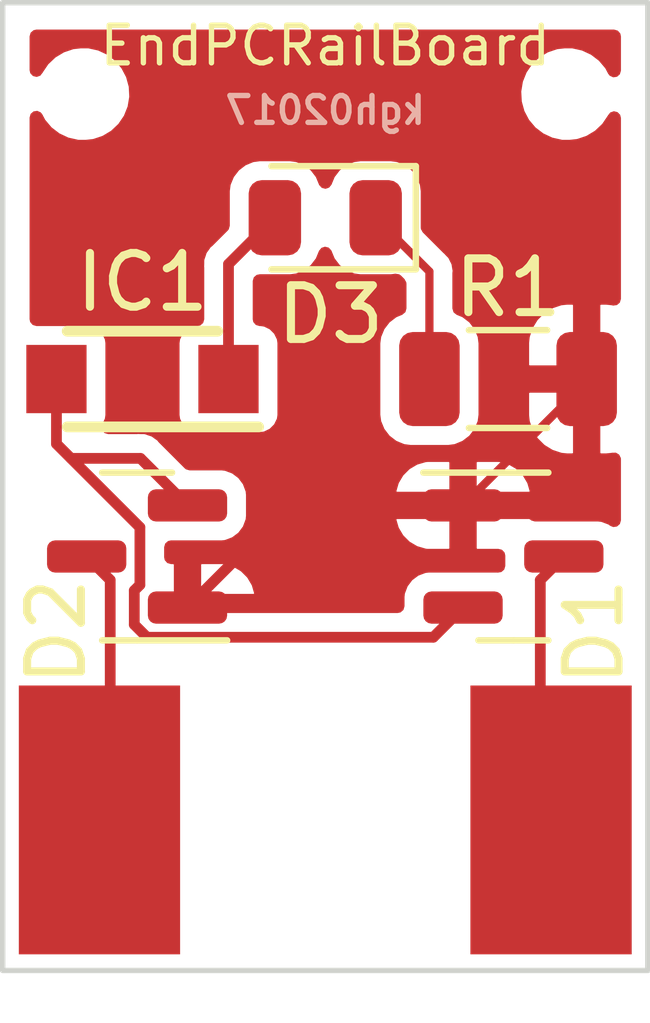
<source format=kicad_pcb>
(kicad_pcb (version 20211014) (generator pcbnew)
  (title_block (title "EndPCRailBoard"))
  (layers (0 "F.Cu" signal) (31 "B.Cu" signal) (34 "B.Paste" user) (35 "F.Paste" user) (36 "B.SilkS" user "B.Silkscreen") (37 "F.SilkS" user "F.Silkscreen") (38 "B.Mask" user) (39 "F.Mask" user) (44 "Edge.Cuts" user))
  (net 0 "")
  (net 1 "GND")
  (net 2 "Net-(D1-Pad3)")
  (net 3 "Net-(D2-Pad3)")
  (net 4 "Net-(D1-Pad2)")
  (net 5 "Net-(D3-Pad2)")
  (net 6 "Net-(D3-Pad1)")
  (footprint "0-LocalLibrary:Hole_1mm" (layer "F.Cu") (at 131.5 113.7)
    (fp_text reference "MH2" hide)
    (fp_text value "Hole_1mm" hide)
    (pad "" np_thru_hole circle locked (at 0 0) (size 1 1) (drill 1) (layers F&B.Cu *.Mask))
  )
  (footprint "0-LocalLibrary:Hole_1mm" (layer "F.Cu") (at 140.5 113.7)
    (fp_text reference "MH3" hide)
    (fp_text value "Hole_1mm" hide)
    (pad "" np_thru_hole circle locked (at 0 0) (size 1 1) (drill 1) (layers F&B.Cu *.Mask))
  )
  (footprint "0-LocalLibrary:MountingHole_3.2mm_M3" (layer "F.Cu") (at 136 127.5)
    (fp_text reference "MH1" hide)
    (fp_text value "MountingHole_3.2mm_M3" hide)
    (pad "" np_thru_hole circle locked (at 0 0) (size 3.2 3.2) (drill 3.2) (layers *.Cu *.Mask))
  )
  (footprint "0-LocalLibrary:Solder_Pad_3.0x5.0mm" (layer "F.Cu") (at 131.8 127.2)
    (fp_text reference "J2" hide)
    (fp_text value "Conn_01x01" hide)
    (pad "1" smd rect (at 0 0) (size 3 5) (layers "F.Cu" "F.Mask") (net 3 "Net-(D2-Pad3)"))
  )
  (footprint "0-LocalLibrary:Solder_Pad_3.0x5.0mm" (layer "F.Cu") (at 140.2 127.2)
    (fp_text reference "J1" hide)
    (fp_text value "Conn_01x01" hide)
    (pad "1" smd rect (at 0 0) (size 3 5) (layers "F.Cu" "F.Mask") (net 2 "Net-(D1-Pad3)"))
  )
  (footprint "0-LocalLibrary:SODFL3718X100N" (layer "F.Cu") (at 132.6 119 180)
    (fp_text reference "IC1" (at 0 1.8) (layer "F.SilkS"))
    (fp_text value "AL5890-20P1-13" hide)
    (fp_line (start -2.16 -0.89) (end 1.4 -0.89) (layer "F.SilkS") (width 0.2))
    (fp_line (start -1.4 0.89) (end 1.4 0.89) (layer "F.SilkS") (width 0.2))
    (pad "1" smd rect (at -1.6 0 180) (size 1.12 1.27) (layers "F.Cu" "F.Paste" "F.Mask") (net 5 "Net-(D3-Pad2)"))
    (pad "2" smd rect (at 1.6 0 180) (size 1.12 1.27) (layers "F.Cu" "F.Paste" "F.Mask") (net 4 "Net-(D1-Pad2)"))
  )
  (footprint "0-LocalLibrary:SOT-23" (layer "F.Cu") (at 132.5 122.3 180)
    (fp_text reference "D2" (at 1.5 -1.4 270) (layer "F.SilkS"))
    (fp_text value "BAT54S" hide)
    (fp_line (start 0 1.56) (end -0.65 1.56) (layer "F.SilkS") (width 0.12))
    (fp_line (start 0 -1.56) (end 0.65 -1.56) (layer "F.SilkS") (width 0.12))
    (fp_line (start 0 1.56) (end 0.65 1.56) (layer "F.SilkS") (width 0.12))
    (fp_line (start 0 -1.56) (end -1.675 -1.56) (layer "F.SilkS") (width 0.12))
    (pad "1" smd roundrect (at -0.9375 -0.95 180) (size 1.475 0.6) (layers "F.Cu" "F.Paste" "F.Mask") (net 1 "GND"))
    (pad "2" smd roundrect (at -0.9375 0.95 180) (size 1.475 0.6) (layers "F.Cu" "F.Paste" "F.Mask") (net 4 "Net-(D1-Pad2)"))
    (pad "3" smd roundrect (at 0.9375 0 180) (size 1.475 0.6) (layers "F.Cu" "F.Paste" "F.Mask") (net 3 "Net-(D2-Pad3)"))
  )
  (footprint "0-LocalLibrary:LED_0805_2012Metric" (layer "F.Cu") (at 136 116 180)
    (fp_text reference "D3" (at -0.1 -1.8) (layer "F.SilkS"))
    (fp_text value "LED" hide)
    (fp_line (start -1.685 -0.96) (end -1.685 0.96) (layer "F.SilkS") (width 0.12))
    (fp_line (start -1.685 0.96) (end 1 0.96) (layer "F.SilkS") (width 0.12))
    (fp_line (start 1 -0.96) (end -1.685 -0.96) (layer "F.SilkS") (width 0.12))
    (pad "1" smd roundrect (at -0.9375 0 180) (size 0.975 1.4) (layers "F.Cu" "F.Paste" "F.Mask") (net 6 "Net-(D3-Pad1)"))
    (pad "2" smd roundrect (at 0.9375 0 180) (size 0.975 1.4) (layers "F.Cu" "F.Paste" "F.Mask") (net 5 "Net-(D3-Pad2)"))
  )
  (footprint "0-LocalLibrary:R_1206_3216Metric" (layer "F.Cu") (at 139.4 119)
    (property "Reference" "R1")
    (property "Value" "680")
    (fp_text reference "R1" (at 0 -1.7) (layer "F.SilkS"))
    (fp_text value "680" hide)
    (fp_line (start -0.727064 0.91) (end 0.727064 0.91) (layer "F.SilkS") (width 0.12))
    (fp_line (start -0.727064 -0.91) (end 0.727064 -0.91) (layer "F.SilkS") (width 0.12))
    (pad "1" smd roundrect (at -1.4625 0) (size 1.125 1.75) (layers "F.Cu" "F.Paste" "F.Mask") (roundrect_rratio 0.222222) (net 6 "Net-(D3-Pad1)"))
    (pad "2" smd roundrect (at 1.4625 0) (size 1.125 1.75) (layers "F.Cu" "F.Paste" "F.Mask") (roundrect_rratio 0.222222) (net 1 "GND"))
  )
  (footprint "0-LocalLibrary:SOT-23" (layer "F.Cu") (at 139.5 122.3)
    (fp_text reference "D1" (at 1.5 1.4 90) (layer "F.SilkS"))
    (fp_text value "BAT54S" hide)
    (fp_line (start 0 -1.56) (end -1.675 -1.56) (layer "F.SilkS") (width 0.12))
    (fp_line (start 0 -1.56) (end 0.65 -1.56) (layer "F.SilkS") (width 0.12))
    (fp_line (start 0 1.56) (end 0.65 1.56) (layer "F.SilkS") (width 0.12))
    (fp_line (start 0 1.56) (end -0.65 1.56) (layer "F.SilkS") (width 0.12))
    (pad "1" smd roundrect (at -0.9375 -0.95) (size 1.475 0.6) (layers "F.Cu" "F.Paste" "F.Mask") (net 1 "GND"))
    (pad "2" smd roundrect (at -0.9375 0.95) (size 1.475 0.6) (layers "F.Cu" "F.Paste" "F.Mask") (net 4 "Net-(D1-Pad2)"))
    (pad "3" smd roundrect (at 0.9375 0) (size 1.475 0.6) (layers "F.Cu" "F.Paste" "F.Mask") (net 2 "Net-(D1-Pad3)"))
  )
  (gr_rect (start 130 130) (end 142 112) (layer "Edge.Cuts") (width 0.1) (fill none))
  (gr_text "kgh02017" (at 136 114) (layer "B.SilkS") (effects (font (size 0.5 0.5) (thickness 0.1)) (justify mirror)))
  (gr_text "EndPCRailBoard" (at 136 112.8) (layer "F.SilkS") (effects (font (size 0.7 0.7) (thickness 0.1))))
  (segment (start 138.5625 121.35) (end 135.3375 121.35) (width 0.2) (layer "F.Cu") (net 1))
  (segment (start 140.8625 119) (end 140.8625 119.05) (width 0.1524) (layer "F.Cu") (net 1))
  (segment (start 140.8625 119.05) (end 138.5625 121.35) (width 0.1524) (layer "F.Cu") (net 1))
  (segment (start 135.3375 121.35) (end 133.4375 123.25) (width 0.2) (layer "F.Cu") (net 1))
  (segment (start 140 127.5) (end 140 122.7375) (width 0.2) (layer "F.Cu") (net 2))
  (segment (start 140 122.7375) (end 140.4375 122.3) (width 0.2) (layer "F.Cu") (net 2))
  (segment (start 132 127.5) (end 132 122.7375) (width 0.2) (layer "F.Cu") (net 3))
  (segment (start 132 122.7375) (end 131.5625 122.3) (width 0.2) (layer "F.Cu") (net 3))
  (segment (start 138.5625 123.25) (end 138.0101 123.8024) (width 0.2) (layer "F.Cu") (net 4))
  (segment (start 132.5625 120.475) (end 131.27 120.475) (width 0.2) (layer "F.Cu") (net 4))
  (segment (start 131 120.205) (end 131 119) (width 0.2) (layer "F.Cu") (net 4))
  (segment (start 132.5524 122.82852) (end 132.5524 121.7574) (width 0.2) (layer "F.Cu") (net 4))
  (segment (start 138.0101 123.8024) (end 132.68332 123.8024) (width 0.2) (layer "F.Cu") (net 4))
  (segment (start 132.4476 123.56668) (end 132.4476 122.93332) (width 0.2) (layer "F.Cu") (net 4))
  (segment (start 133.4375 121.35) (end 132.5625 120.475) (width 0.2) (layer "F.Cu") (net 4))
  (segment (start 131.27 120.475) (end 131 120.205) (width 0.2) (layer "F.Cu") (net 4))
  (segment (start 132.4476 122.93332) (end 132.5524 122.82852) (width 0.2) (layer "F.Cu") (net 4))
  (segment (start 132.68332 123.8024) (end 132.4476 123.56668) (width 0.2) (layer "F.Cu") (net 4))
  (segment (start 132.5524 121.7574) (end 131.27 120.475) (width 0.2) (layer "F.Cu") (net 4))
  (segment (start 134.2 119) (end 134.2 116.8625) (width 0.2) (layer "F.Cu") (net 5))
  (segment (start 134.2 116.8625) (end 135.0625 116) (width 0.2) (layer "F.Cu") (net 5))
  (segment (start 136.9375 116) (end 137.9375 117) (width 0.1524) (layer "F.Cu") (net 6))
  (segment (start 137.9375 117) (end 137.9375 119) (width 0.1524) (layer "F.Cu") (net 6))
  (zone (net 1) (net_name "GND") (layers F&B.Cu) (connect_pads (clearance 0.35)) (min_thickness 0.254) (fill yes (thermal_gap 0.508) (thermal_bridge_width 0.508))
    (polygon (pts (xy 141.5 129.5) (xy 130.5 129.5) (xy 130.5 112.5) (xy 141.5 112.5)))
  )
)
</source>
